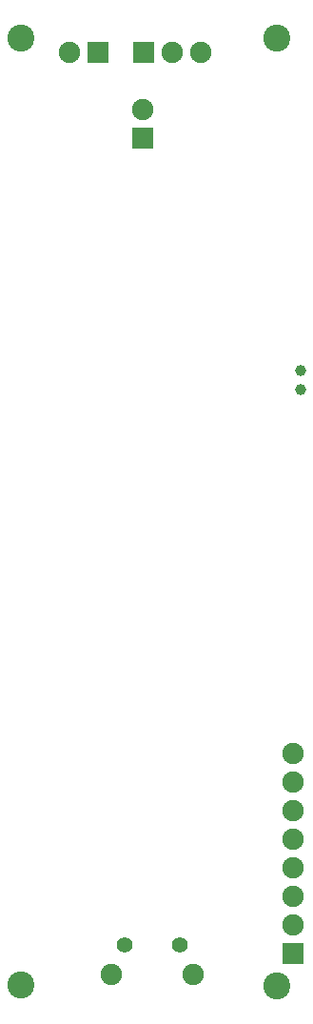
<source format=gbr>
G04 #@! TF.FileFunction,Soldermask,Bot*
%FSLAX46Y46*%
G04 Gerber Fmt 4.6, Leading zero omitted, Abs format (unit mm)*
G04 Created by KiCad (PCBNEW 4.0.7-e2-6376~58~ubuntu16.04.1) date Thu Dec 28 12:17:49 2017*
%MOMM*%
%LPD*%
G01*
G04 APERTURE LIST*
%ADD10C,0.100000*%
%ADD11C,1.003200*%
%ADD12C,2.403200*%
%ADD13R,1.903200X1.903200*%
%ADD14O,1.903200X1.903200*%
%ADD15C,1.403200*%
%ADD16C,1.903200*%
G04 APERTURE END LIST*
D10*
D11*
X26263600Y27990800D03*
X26263600Y26290800D03*
D12*
X1400000Y-26600000D03*
X24200000Y-26700000D03*
X1400000Y57600000D03*
X24200000Y57600000D03*
D13*
X12319000Y56261000D03*
D14*
X14859000Y56261000D03*
X17399000Y56261000D03*
D15*
X10656000Y-23011400D03*
X15506000Y-23011400D03*
D16*
X9456000Y-25661400D03*
X16706000Y-25661400D03*
D13*
X12192000Y48704500D03*
D14*
X12192000Y51244500D03*
D13*
X8280400Y56286400D03*
D14*
X5740400Y56286400D03*
D13*
X25628600Y-23799800D03*
D14*
X25628600Y-21259800D03*
X25628600Y-18719800D03*
X25628600Y-16179800D03*
X25628600Y-13639800D03*
X25628600Y-11099800D03*
X25628600Y-8559800D03*
X25628600Y-6019800D03*
M02*

</source>
